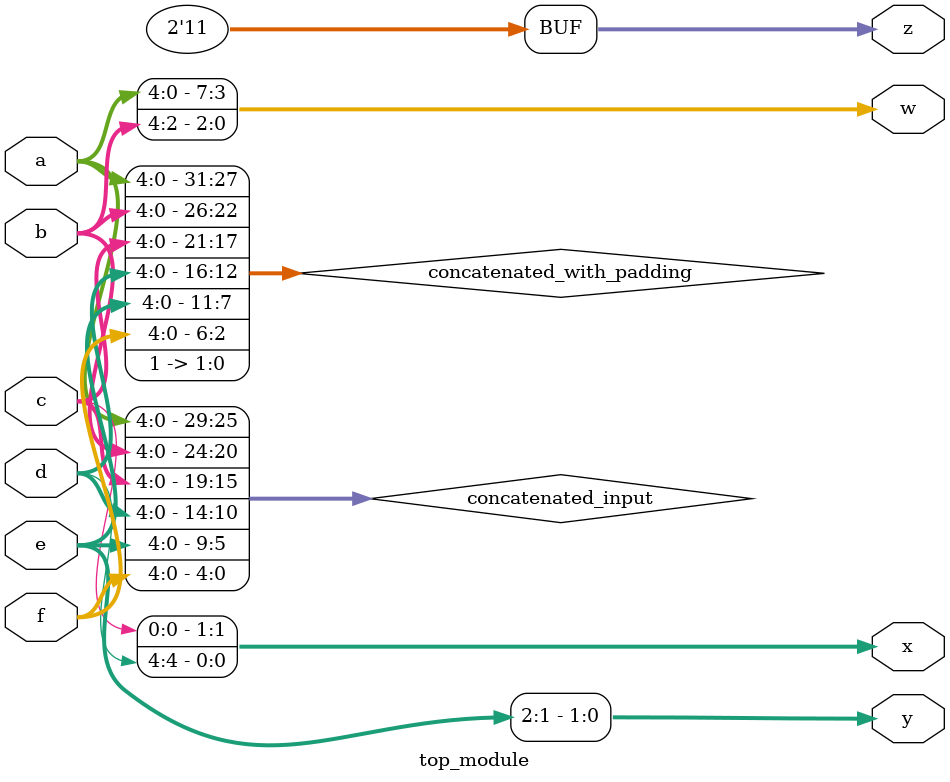
<source format=sv>
module top_module (
    input [4:0] a,
    input [4:0] b,
    input [4:0] c,
    input [4:0] d,
    input [4:0] e,
    input [4:0] f,
    output [7:0] w,
    output [7:8] x,
    output [7:8] y,
    output [7:8] z
);
    wire [29:0] concatenated_input;
    wire [31:0] concatenated_with_padding;
    
    // Concatenate all inputs to form 30-bit value
    assign concatenated_input = {a, b, c, d, e, f};
    
    // Add two 1's in LSB positions to form 32-bit value
    assign concatenated_with_padding = {concatenated_input, 2'b11};
    
    // Split the 32-bit value into four 8-bit output vectors
    assign w = concatenated_with_padding[31:24];
    assign x = concatenated_with_padding[23:16];
    assign y = concatenated_with_padding[15:8];
    assign z = concatenated_with_padding[7:0];

endmodule

</source>
